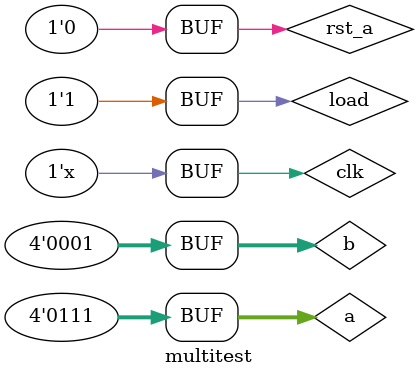
<source format=v>
module multitest;

	// Inputs
	reg [3:0] a;
	reg [3:0] b;
	reg load;
	reg clk;
	reg rst_a;

	// Outputs
	wire [7:0] op;
	wire ready_out;

	// Instantiate the Unit Under Test (UUT)
	seqmult uut (
		.op(op), 
		.ready_out(ready_out), 
		.a(a), 
		.b(b), 
		.load(load), 
		.clk(clk), 
		.rst_a(rst_a)
	);

	initial begin
		// Initialize Inputs
		a = 7;
		b = 1;
		load = 0;
		clk = 0;
		rst_a = 0;
		
		#5
		
		rst_a = 1;
		
		#20
		
			rst_a = 0;
			#10;
			load = 1;
					
end
		// Wait 100 ns for global reset to finish
always #10 clk=~clk;
        
		// Add stimulus here

	
      
endmodule
</source>
